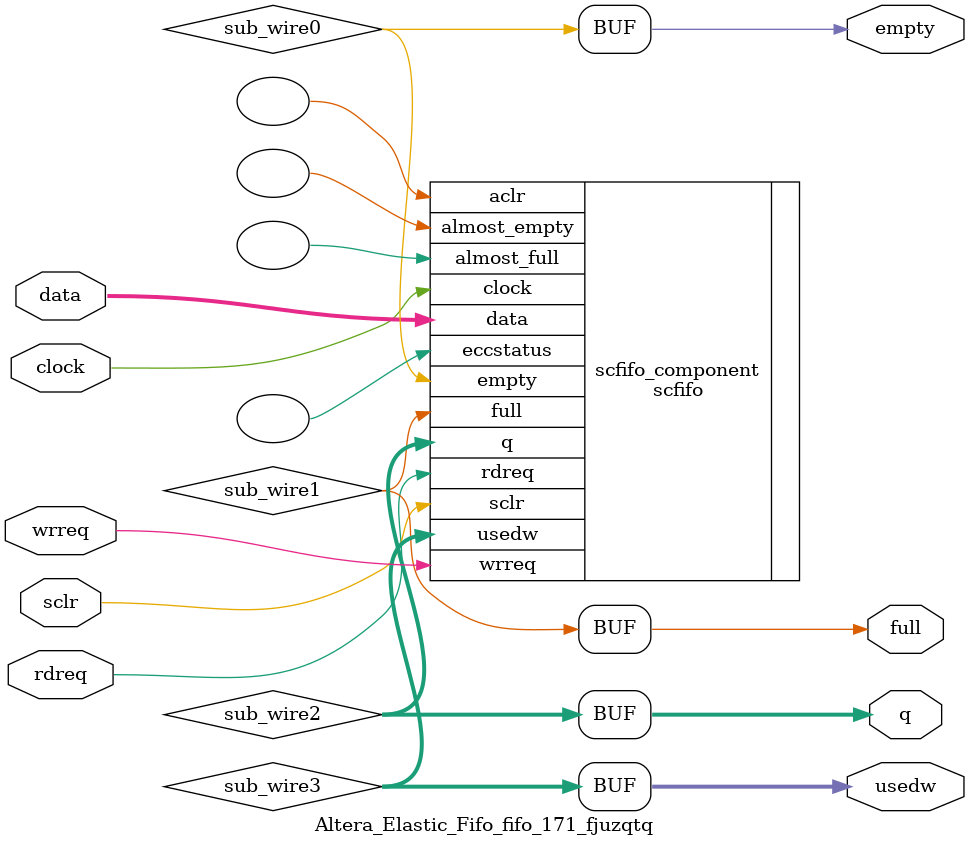
<source format=v>



`timescale 1 ps / 1 ps
// synopsys translate_on
module  Altera_Elastic_Fifo_fifo_171_fjuzqtq  (
    clock,
    data,
    rdreq,
    sclr,
    wrreq,
    empty,
    full,
    q,
    usedw);

    input    clock;
    input  [257:0]  data;
    input    rdreq;
    input    sclr;
    input    wrreq;
    output   empty;
    output   full;
    output [257:0]  q;
    output [4:0]  usedw;

    wire  sub_wire0;
    wire  sub_wire1;
    wire [257:0] sub_wire2;
    wire [4:0] sub_wire3;
    wire  empty = sub_wire0;
    wire  full = sub_wire1;
    wire [257:0] q = sub_wire2[257:0];
    wire [4:0] usedw = sub_wire3[4:0];

    scfifo  scfifo_component (
                .clock (clock),
                .data (data),
                .rdreq (rdreq),
                .sclr (sclr),
                .wrreq (wrreq),
                .empty (sub_wire0),
                .full (sub_wire1),
                .q (sub_wire2),
                .usedw (sub_wire3),
                .aclr (),
                .almost_empty (),
                .almost_full (),
                .eccstatus ());
    defparam
        scfifo_component.add_ram_output_register  = "OFF",
        scfifo_component.enable_ecc  = "FALSE",
        scfifo_component.intended_device_family  = "Arria 10",
        scfifo_component.lpm_numwords  = 32,
        scfifo_component.lpm_showahead  = "OFF",
        scfifo_component.lpm_type  = "scfifo",
        scfifo_component.lpm_width  = 258,
        scfifo_component.lpm_widthu  = 5,
        scfifo_component.overflow_checking  = "ON",
        scfifo_component.underflow_checking  = "ON",
        scfifo_component.use_eab  = "ON";


endmodule



</source>
